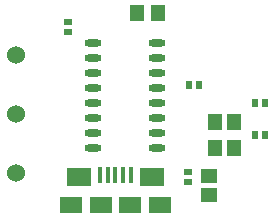
<source format=gbs>
%FSLAX25Y25*%
%MOIN*%
G70*
G01*
G75*
%ADD18C,0.06000*%
%ADD21R,0.02520X0.02362*%
%ADD22R,0.02362X0.02520*%
%ADD28R,0.05512X0.05118*%
%ADD37R,0.08268X0.06299*%
%ADD38R,0.01575X0.05315*%
%ADD39R,0.07480X0.05709*%
%ADD40O,0.05709X0.02362*%
%ADD41R,0.04528X0.05512*%
%ADD42R,0.04528X0.05315*%
D18*
X267500Y247500D02*
D03*
Y227815D02*
D03*
Y208130D02*
D03*
D21*
X325000Y208732D02*
D03*
Y205268D02*
D03*
X285000Y255268D02*
D03*
Y258732D02*
D03*
D22*
X347268Y231500D02*
D03*
X350732D02*
D03*
X347268Y221000D02*
D03*
X350732D02*
D03*
X325268Y237500D02*
D03*
X328732D02*
D03*
D28*
X332000Y207150D02*
D03*
Y200850D02*
D03*
D37*
X312980Y207047D02*
D03*
X288571D02*
D03*
D38*
X298217Y207539D02*
D03*
X303335D02*
D03*
X305894D02*
D03*
X295657D02*
D03*
X300776D02*
D03*
D39*
X315539Y197500D02*
D03*
X305500D02*
D03*
X296051D02*
D03*
X286012D02*
D03*
D40*
X293272Y216500D02*
D03*
Y221500D02*
D03*
Y226500D02*
D03*
Y231500D02*
D03*
Y236500D02*
D03*
Y241500D02*
D03*
Y246500D02*
D03*
Y251500D02*
D03*
X314728Y216500D02*
D03*
Y221500D02*
D03*
Y226500D02*
D03*
Y231500D02*
D03*
Y236500D02*
D03*
Y241500D02*
D03*
Y246500D02*
D03*
Y251500D02*
D03*
D41*
X333850Y216669D02*
D03*
X340150D02*
D03*
X333850Y225331D02*
D03*
X340150D02*
D03*
D42*
X308055Y261500D02*
D03*
X314945D02*
D03*
M02*

</source>
